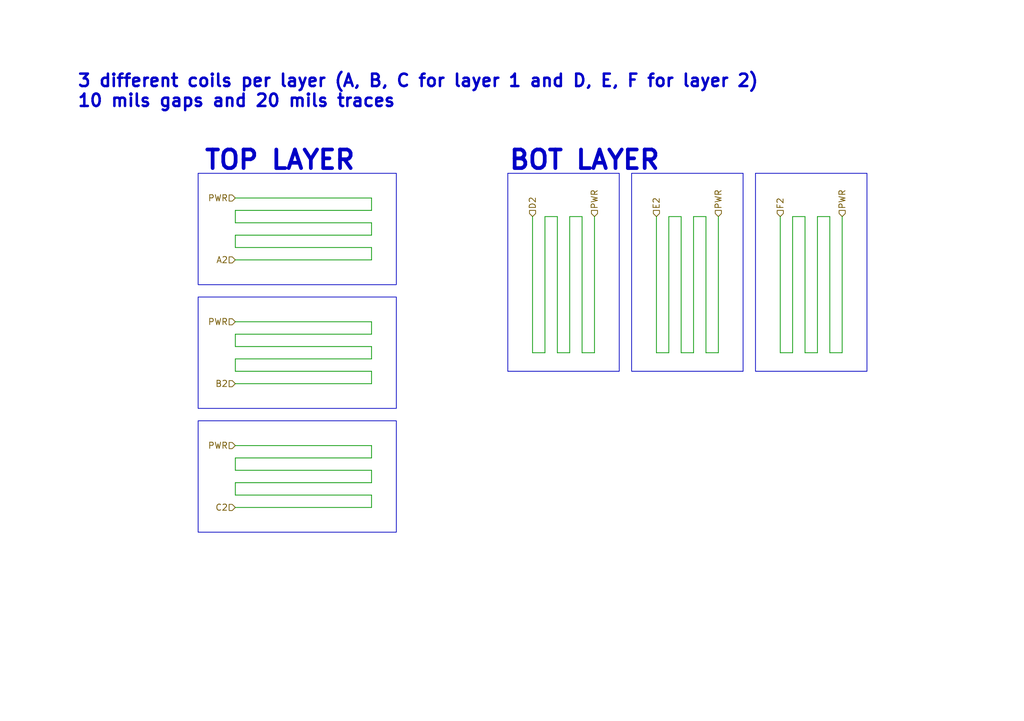
<source format=kicad_sch>
(kicad_sch
	(version 20231120)
	(generator "eeschema")
	(generator_version "8.0")
	(uuid "e56a653c-0a88-47d3-8357-e34fb735c10e")
	(paper "A5")
	(title_block
		(title "Coil module 2")
		(date "2024-06-13")
		(rev "0.1")
		(comment 1 "Jonas Stirnemann")
	)
	(lib_symbols)
	(wire
		(pts
			(xy 162.56 72.39) (xy 162.56 44.45)
		)
		(stroke
			(width 0)
			(type default)
		)
		(uuid "00c660be-92dd-41ec-bb56-c83a1beb7121")
	)
	(wire
		(pts
			(xy 116.84 44.45) (xy 119.38 44.45)
		)
		(stroke
			(width 0)
			(type default)
		)
		(uuid "045a5f57-ad53-47a5-b38b-85738e579a64")
	)
	(wire
		(pts
			(xy 160.02 44.45) (xy 160.02 72.39)
		)
		(stroke
			(width 0)
			(type default)
		)
		(uuid "0619195c-6b58-430c-9c0c-084d244309e1")
	)
	(wire
		(pts
			(xy 48.26 48.26) (xy 76.2 48.26)
		)
		(stroke
			(width 0)
			(type default)
		)
		(uuid "0889c08b-6a85-474b-8913-0f772c597348")
	)
	(wire
		(pts
			(xy 76.2 93.98) (xy 76.2 91.44)
		)
		(stroke
			(width 0)
			(type default)
		)
		(uuid "0f0699d9-5b36-446a-8a18-f7c9a7909711")
	)
	(wire
		(pts
			(xy 48.26 53.34) (xy 76.2 53.34)
		)
		(stroke
			(width 0)
			(type default)
		)
		(uuid "1589ab5d-ef04-43c0-bbb8-20d7a22f5e6b")
	)
	(wire
		(pts
			(xy 76.2 68.58) (xy 76.2 66.04)
		)
		(stroke
			(width 0)
			(type default)
		)
		(uuid "174d6145-919a-4ff3-bd4b-d334fc09a7c1")
	)
	(wire
		(pts
			(xy 76.2 78.74) (xy 76.2 76.2)
		)
		(stroke
			(width 0)
			(type default)
		)
		(uuid "1896b626-3504-4264-b454-c72da70d8da4")
	)
	(wire
		(pts
			(xy 48.26 78.74) (xy 76.2 78.74)
		)
		(stroke
			(width 0)
			(type default)
		)
		(uuid "1a75b5b6-2584-4ca4-9b9c-601668222e2e")
	)
	(wire
		(pts
			(xy 76.2 45.72) (xy 48.26 45.72)
		)
		(stroke
			(width 0)
			(type default)
		)
		(uuid "1b40d21d-99c6-4577-9acd-b3c25f9866c2")
	)
	(wire
		(pts
			(xy 172.72 72.39) (xy 172.72 44.45)
		)
		(stroke
			(width 0)
			(type default)
		)
		(uuid "28b746b1-839a-49fe-8e4a-26ddc143c19c")
	)
	(wire
		(pts
			(xy 48.26 93.98) (xy 76.2 93.98)
		)
		(stroke
			(width 0)
			(type default)
		)
		(uuid "2c0689a2-fd5e-4b36-b204-caca2895fa4d")
	)
	(wire
		(pts
			(xy 76.2 91.44) (xy 48.26 91.44)
		)
		(stroke
			(width 0)
			(type default)
		)
		(uuid "2c8b80d0-80c4-4360-8f4d-8bf12ea0cbc0")
	)
	(wire
		(pts
			(xy 147.32 72.39) (xy 147.32 44.45)
		)
		(stroke
			(width 0)
			(type default)
		)
		(uuid "3337033c-24dd-420d-a186-be23120f5fc6")
	)
	(wire
		(pts
			(xy 48.26 50.8) (xy 48.26 48.26)
		)
		(stroke
			(width 0)
			(type default)
		)
		(uuid "377e2434-68e9-4726-a31f-e13a64110288")
	)
	(wire
		(pts
			(xy 119.38 44.45) (xy 119.38 72.39)
		)
		(stroke
			(width 0)
			(type default)
		)
		(uuid "37be5a6b-fdd4-471c-9026-986a3e6c7b91")
	)
	(wire
		(pts
			(xy 121.92 72.39) (xy 121.92 44.45)
		)
		(stroke
			(width 0)
			(type default)
		)
		(uuid "38083142-4eca-4e23-bef5-544036f2ed99")
	)
	(wire
		(pts
			(xy 170.18 72.39) (xy 172.72 72.39)
		)
		(stroke
			(width 0)
			(type default)
		)
		(uuid "3a9163b1-94b2-4519-9e5c-b91580128b16")
	)
	(wire
		(pts
			(xy 48.26 99.06) (xy 76.2 99.06)
		)
		(stroke
			(width 0)
			(type default)
		)
		(uuid "3b0c695d-f858-4f8e-b88c-505ccd95e0f7")
	)
	(wire
		(pts
			(xy 48.26 43.18) (xy 76.2 43.18)
		)
		(stroke
			(width 0)
			(type default)
		)
		(uuid "3de4fb8e-0e8c-4b90-8333-532a46858aa4")
	)
	(wire
		(pts
			(xy 142.24 44.45) (xy 144.78 44.45)
		)
		(stroke
			(width 0)
			(type default)
		)
		(uuid "4b02524f-39db-4e09-b96f-99d3340a409f")
	)
	(wire
		(pts
			(xy 48.26 101.6) (xy 48.26 99.06)
		)
		(stroke
			(width 0)
			(type default)
		)
		(uuid "4c0a0b7e-2ed2-4679-8c89-cedd5f9df250")
	)
	(wire
		(pts
			(xy 48.26 68.58) (xy 76.2 68.58)
		)
		(stroke
			(width 0)
			(type default)
		)
		(uuid "4cb80bf4-854c-4d59-b5c2-b950e870e2ea")
	)
	(wire
		(pts
			(xy 76.2 53.34) (xy 76.2 50.8)
		)
		(stroke
			(width 0)
			(type default)
		)
		(uuid "50881e7d-9b1d-4e29-bf8f-c5e854e276d8")
	)
	(wire
		(pts
			(xy 76.2 76.2) (xy 48.26 76.2)
		)
		(stroke
			(width 0)
			(type default)
		)
		(uuid "51d24040-d104-4ad7-9276-3f05a7ecb06e")
	)
	(wire
		(pts
			(xy 165.1 44.45) (xy 165.1 72.39)
		)
		(stroke
			(width 0)
			(type default)
		)
		(uuid "54fd96c4-3196-47e0-a2fa-39afcb7a032a")
	)
	(wire
		(pts
			(xy 76.2 43.18) (xy 76.2 40.64)
		)
		(stroke
			(width 0)
			(type default)
		)
		(uuid "5d146f77-8814-4ac4-85ee-80a86d34cad3")
	)
	(wire
		(pts
			(xy 162.56 44.45) (xy 165.1 44.45)
		)
		(stroke
			(width 0)
			(type default)
		)
		(uuid "612abc3f-6f89-40c6-bfeb-8e2df4557622")
	)
	(wire
		(pts
			(xy 76.2 101.6) (xy 48.26 101.6)
		)
		(stroke
			(width 0)
			(type default)
		)
		(uuid "665a4ffc-46d2-4992-b0fd-75967d9b99d1")
	)
	(wire
		(pts
			(xy 167.64 72.39) (xy 167.64 44.45)
		)
		(stroke
			(width 0)
			(type default)
		)
		(uuid "6c896f9a-faf2-40a9-a512-d3e59f24d8bc")
	)
	(wire
		(pts
			(xy 109.22 72.39) (xy 111.76 72.39)
		)
		(stroke
			(width 0)
			(type default)
		)
		(uuid "6d9e4d82-bf3b-4d74-a250-226e3d7b05e8")
	)
	(wire
		(pts
			(xy 170.18 44.45) (xy 170.18 72.39)
		)
		(stroke
			(width 0)
			(type default)
		)
		(uuid "75a6ca61-5f9f-4caa-a345-ec9bbab38415")
	)
	(wire
		(pts
			(xy 160.02 72.39) (xy 162.56 72.39)
		)
		(stroke
			(width 0)
			(type default)
		)
		(uuid "794897e9-3ff9-4009-b765-31cc1bd42ad0")
	)
	(wire
		(pts
			(xy 76.2 66.04) (xy 48.26 66.04)
		)
		(stroke
			(width 0)
			(type default)
		)
		(uuid "7c466a2a-4ef4-403e-81e1-1fb09125df3d")
	)
	(wire
		(pts
			(xy 137.16 72.39) (xy 137.16 44.45)
		)
		(stroke
			(width 0)
			(type default)
		)
		(uuid "7c61906c-002e-439d-b7f4-99e6438f4edc")
	)
	(wire
		(pts
			(xy 111.76 72.39) (xy 111.76 44.45)
		)
		(stroke
			(width 0)
			(type default)
		)
		(uuid "7e57d0d0-9e8e-459e-a78d-63b4133e3733")
	)
	(wire
		(pts
			(xy 76.2 71.12) (xy 48.26 71.12)
		)
		(stroke
			(width 0)
			(type default)
		)
		(uuid "86def01a-e890-4587-bdea-bd5241c2cf54")
	)
	(wire
		(pts
			(xy 76.2 40.64) (xy 48.26 40.64)
		)
		(stroke
			(width 0)
			(type default)
		)
		(uuid "8db787be-2000-4c7c-8452-033b68256e6d")
	)
	(wire
		(pts
			(xy 134.62 72.39) (xy 137.16 72.39)
		)
		(stroke
			(width 0)
			(type default)
		)
		(uuid "919c4820-4e4a-49d4-988e-806d6d25f976")
	)
	(wire
		(pts
			(xy 139.7 44.45) (xy 139.7 72.39)
		)
		(stroke
			(width 0)
			(type default)
		)
		(uuid "950f8a07-1d38-4309-8276-e2349fefc4a5")
	)
	(wire
		(pts
			(xy 48.26 71.12) (xy 48.26 68.58)
		)
		(stroke
			(width 0)
			(type default)
		)
		(uuid "971dfa2b-7035-43d6-9fb1-4bdbf6b36761")
	)
	(wire
		(pts
			(xy 167.64 44.45) (xy 170.18 44.45)
		)
		(stroke
			(width 0)
			(type default)
		)
		(uuid "9797bdf8-2a85-4195-8e92-53a1149e3b81")
	)
	(wire
		(pts
			(xy 109.22 44.45) (xy 109.22 72.39)
		)
		(stroke
			(width 0)
			(type default)
		)
		(uuid "990d9514-cf6e-4417-8ecf-60601c8421ff")
	)
	(wire
		(pts
			(xy 114.3 72.39) (xy 116.84 72.39)
		)
		(stroke
			(width 0)
			(type default)
		)
		(uuid "99497872-8d42-4a83-9d98-3bc645e3d5ca")
	)
	(wire
		(pts
			(xy 142.24 72.39) (xy 142.24 44.45)
		)
		(stroke
			(width 0)
			(type default)
		)
		(uuid "9a72e705-198b-4bfc-9c5f-ee501971e818")
	)
	(wire
		(pts
			(xy 139.7 72.39) (xy 142.24 72.39)
		)
		(stroke
			(width 0)
			(type default)
		)
		(uuid "a44976d1-0679-45cc-9e00-0ef48bd02135")
	)
	(wire
		(pts
			(xy 48.26 73.66) (xy 76.2 73.66)
		)
		(stroke
			(width 0)
			(type default)
		)
		(uuid "a99723db-ab1b-4ca0-aa27-0e41254dff5d")
	)
	(wire
		(pts
			(xy 48.26 96.52) (xy 48.26 93.98)
		)
		(stroke
			(width 0)
			(type default)
		)
		(uuid "ad871ab5-bace-4d36-b031-7e665388fca0")
	)
	(wire
		(pts
			(xy 116.84 72.39) (xy 116.84 44.45)
		)
		(stroke
			(width 0)
			(type default)
		)
		(uuid "b49490b9-a00a-4fef-a943-b3be2f820c3a")
	)
	(wire
		(pts
			(xy 137.16 44.45) (xy 139.7 44.45)
		)
		(stroke
			(width 0)
			(type default)
		)
		(uuid "c53fc3a2-e303-49e2-8ba8-76698fd971a2")
	)
	(wire
		(pts
			(xy 119.38 72.39) (xy 121.92 72.39)
		)
		(stroke
			(width 0)
			(type default)
		)
		(uuid "c914098b-c44c-4878-a8c5-b0610cfbea21")
	)
	(wire
		(pts
			(xy 134.62 44.45) (xy 134.62 72.39)
		)
		(stroke
			(width 0)
			(type default)
		)
		(uuid "cc81140e-9d7b-41cf-8b51-5a1cab71dabe")
	)
	(wire
		(pts
			(xy 144.78 72.39) (xy 147.32 72.39)
		)
		(stroke
			(width 0)
			(type default)
		)
		(uuid "ccdc97df-4332-4d01-bfd8-aefdbf055326")
	)
	(wire
		(pts
			(xy 76.2 99.06) (xy 76.2 96.52)
		)
		(stroke
			(width 0)
			(type default)
		)
		(uuid "d9b9b0ca-6d06-40c1-9abf-f242d5bc4b89")
	)
	(wire
		(pts
			(xy 76.2 73.66) (xy 76.2 71.12)
		)
		(stroke
			(width 0)
			(type default)
		)
		(uuid "e24ef563-9ef9-4a05-bf28-f3cfdbf61efa")
	)
	(wire
		(pts
			(xy 76.2 48.26) (xy 76.2 45.72)
		)
		(stroke
			(width 0)
			(type default)
		)
		(uuid "e37fcde0-298d-4880-a451-295fdf7e7376")
	)
	(wire
		(pts
			(xy 76.2 104.14) (xy 76.2 101.6)
		)
		(stroke
			(width 0)
			(type default)
		)
		(uuid "e5228511-6ad2-4f5c-9dd8-7b5ddea97e46")
	)
	(wire
		(pts
			(xy 48.26 76.2) (xy 48.26 73.66)
		)
		(stroke
			(width 0)
			(type default)
		)
		(uuid "e5b207c8-e754-4557-a96d-16af9b108c06")
	)
	(wire
		(pts
			(xy 114.3 44.45) (xy 114.3 72.39)
		)
		(stroke
			(width 0)
			(type default)
		)
		(uuid "e789eec8-9e76-4281-90fa-4467fd29949b")
	)
	(wire
		(pts
			(xy 165.1 72.39) (xy 167.64 72.39)
		)
		(stroke
			(width 0)
			(type default)
		)
		(uuid "e8a3b873-aa16-4317-ac85-31dedead3ef2")
	)
	(wire
		(pts
			(xy 48.26 104.14) (xy 76.2 104.14)
		)
		(stroke
			(width 0)
			(type default)
		)
		(uuid "ebb2e14a-466f-4851-bb3d-dec73f2c78d3")
	)
	(wire
		(pts
			(xy 76.2 50.8) (xy 48.26 50.8)
		)
		(stroke
			(width 0)
			(type default)
		)
		(uuid "f74e21a3-aeda-44db-9f37-f17f27f9ec0f")
	)
	(wire
		(pts
			(xy 76.2 96.52) (xy 48.26 96.52)
		)
		(stroke
			(width 0)
			(type default)
		)
		(uuid "f920ea49-2125-4e33-bc26-21bbfaa3d268")
	)
	(wire
		(pts
			(xy 144.78 44.45) (xy 144.78 72.39)
		)
		(stroke
			(width 0)
			(type default)
		)
		(uuid "f9628ab4-9f7b-4f62-9ca2-84e0511a4e12")
	)
	(wire
		(pts
			(xy 48.26 45.72) (xy 48.26 43.18)
		)
		(stroke
			(width 0)
			(type default)
		)
		(uuid "fc49b8b2-c4bb-4b50-86f9-13cf4b03fa47")
	)
	(wire
		(pts
			(xy 111.76 44.45) (xy 114.3 44.45)
		)
		(stroke
			(width 0)
			(type default)
		)
		(uuid "ff6af00e-f87f-476b-99c6-e22690a53f3b")
	)
	(rectangle
		(start 154.94 35.56)
		(end 177.8 76.2)
		(stroke
			(width 0)
			(type default)
		)
		(fill
			(type none)
		)
		(uuid 1fdf778e-2227-4cf8-bb26-a983d02fcba5)
	)
	(rectangle
		(start 104.14 35.56)
		(end 127 76.2)
		(stroke
			(width 0)
			(type default)
		)
		(fill
			(type none)
		)
		(uuid 2562d7b1-964d-4620-87d5-dbd90f8b11f0)
	)
	(rectangle
		(start 129.54 35.56)
		(end 152.4 76.2)
		(stroke
			(width 0)
			(type default)
		)
		(fill
			(type none)
		)
		(uuid 262c837f-82fd-4cd5-a083-2bc07577b88a)
	)
	(rectangle
		(start 40.64 35.56)
		(end 81.28 58.42)
		(stroke
			(width 0)
			(type default)
		)
		(fill
			(type none)
		)
		(uuid 7bc93a3b-c907-4c26-814b-84ece047d2df)
	)
	(rectangle
		(start 40.64 60.96)
		(end 81.28 83.82)
		(stroke
			(width 0)
			(type default)
		)
		(fill
			(type none)
		)
		(uuid 9c4f6f81-8617-43f1-9555-ae4cf001c268)
	)
	(rectangle
		(start 40.64 86.36)
		(end 81.28 109.22)
		(stroke
			(width 0)
			(type default)
		)
		(fill
			(type none)
		)
		(uuid ed26bb34-3fc4-4165-860c-79e48c75d937)
	)
	(text "BOT LAYER"
		(exclude_from_sim no)
		(at 104.14 33.02 0)
		(effects
			(font
				(size 3.81 3.81)
				(thickness 0.762)
				(bold yes)
			)
			(justify left)
		)
		(uuid "5197b835-4be8-45f4-b410-2dbceba2d199")
	)
	(text "TOP LAYER"
		(exclude_from_sim no)
		(at 41.656 33.02 0)
		(effects
			(font
				(size 3.81 3.81)
				(thickness 0.762)
				(bold yes)
			)
			(justify left)
		)
		(uuid "c32f4cdd-6377-4e8b-8e3d-8da0d626037d")
	)
	(text "3 different coils per layer (A, B, C for layer 1 and D, E, F for layer 2)\n10 mils gaps and 20 mils traces\n"
		(exclude_from_sim no)
		(at 15.748 18.796 0)
		(effects
			(font
				(size 2.54 2.54)
				(thickness 0.508)
				(bold yes)
			)
			(justify left)
		)
		(uuid "c4e7cdec-ec6d-4546-86c9-e0839e672cf3")
	)
	(hierarchical_label "PWR"
		(shape input)
		(at 172.72 44.45 90)
		(fields_autoplaced yes)
		(effects
			(font
				(size 1.27 1.27)
			)
			(justify left)
		)
		(uuid "1a33b020-9014-4227-b0b3-1bc5efcee374")
	)
	(hierarchical_label "PWR"
		(shape input)
		(at 48.26 40.64 180)
		(fields_autoplaced yes)
		(effects
			(font
				(size 1.27 1.27)
			)
			(justify right)
		)
		(uuid "2586c76f-ab26-4c9c-9a31-d604f0529ace")
	)
	(hierarchical_label "PWR"
		(shape input)
		(at 48.26 91.44 180)
		(fields_autoplaced yes)
		(effects
			(font
				(size 1.27 1.27)
			)
			(justify right)
		)
		(uuid "424e5592-280d-4f90-9e81-760cafc4852f")
	)
	(hierarchical_label "A2"
		(shape input)
		(at 48.26 53.34 180)
		(fields_autoplaced yes)
		(effects
			(font
				(size 1.27 1.27)
			)
			(justify right)
		)
		(uuid "43540f38-428c-4068-9648-93f07e91bb3a")
	)
	(hierarchical_label "D2"
		(shape input)
		(at 109.22 44.45 90)
		(fields_autoplaced yes)
		(effects
			(font
				(size 1.27 1.27)
			)
			(justify left)
		)
		(uuid "436d43df-47d3-4c82-9ab5-a7be06eeab08")
	)
	(hierarchical_label "PWR"
		(shape input)
		(at 147.32 44.45 90)
		(fields_autoplaced yes)
		(effects
			(font
				(size 1.27 1.27)
			)
			(justify left)
		)
		(uuid "59d55fa5-2c92-4528-a0dd-886b417826bf")
	)
	(hierarchical_label "B2"
		(shape input)
		(at 48.26 78.74 180)
		(fields_autoplaced yes)
		(effects
			(font
				(size 1.27 1.27)
			)
			(justify right)
		)
		(uuid "64685004-6777-455b-aeb6-84d45ba01400")
	)
	(hierarchical_label "PWR"
		(shape input)
		(at 48.26 66.04 180)
		(fields_autoplaced yes)
		(effects
			(font
				(size 1.27 1.27)
			)
			(justify right)
		)
		(uuid "6b6e7575-c572-4c64-b85d-c5ad721af254")
	)
	(hierarchical_label "PWR"
		(shape input)
		(at 121.92 44.45 90)
		(fields_autoplaced yes)
		(effects
			(font
				(size 1.27 1.27)
			)
			(justify left)
		)
		(uuid "88aa018b-00d4-45b9-94e3-810711927e03")
	)
	(hierarchical_label "F2"
		(shape input)
		(at 160.02 44.45 90)
		(fields_autoplaced yes)
		(effects
			(font
				(size 1.27 1.27)
			)
			(justify left)
		)
		(uuid "8d913101-274f-455a-be46-02d945b53375")
	)
	(hierarchical_label "E2"
		(shape input)
		(at 134.62 44.45 90)
		(fields_autoplaced yes)
		(effects
			(font
				(size 1.27 1.27)
			)
			(justify left)
		)
		(uuid "aad08568-9ab1-4890-97b1-b6434abed988")
	)
	(hierarchical_label "C2"
		(shape input)
		(at 48.26 104.14 180)
		(fields_autoplaced yes)
		(effects
			(font
				(size 1.27 1.27)
			)
			(justify right)
		)
		(uuid "ffb84202-154b-4cb1-b0df-cff52f1411da")
	)
)

</source>
